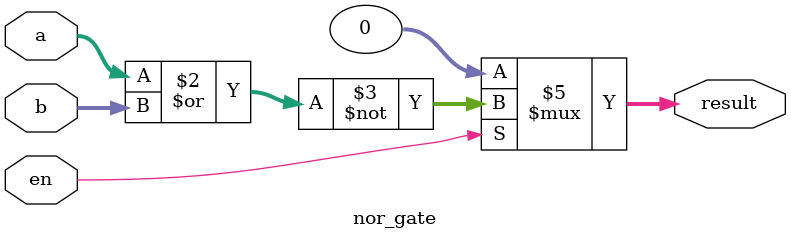
<source format=v>
module nor_gate(
    input [31:0]a,b,
    input en,
    output reg[31:0]result
);
    always @(*) begin
        if(en)begin
            result = ~(a|b);    
        end else begin
            result = 32'd0;  
        end
    end
endmodule

</source>
